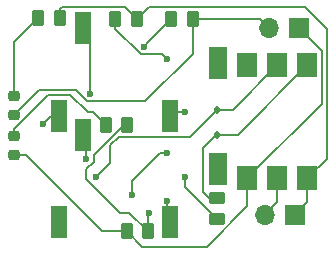
<source format=gtl>
G04 #@! TF.GenerationSoftware,KiCad,Pcbnew,8.0.1*
G04 #@! TF.CreationDate,2024-03-31T17:01:24-05:00*
G04 #@! TF.ProjectId,minimidi_v1,6d696e69-6d69-4646-995f-76312e6b6963,rev?*
G04 #@! TF.SameCoordinates,Original*
G04 #@! TF.FileFunction,Copper,L1,Top*
G04 #@! TF.FilePolarity,Positive*
%FSLAX46Y46*%
G04 Gerber Fmt 4.6, Leading zero omitted, Abs format (unit mm)*
G04 Created by KiCad (PCBNEW 8.0.1) date 2024-03-31 17:01:24*
%MOMM*%
%LPD*%
G01*
G04 APERTURE LIST*
G04 Aperture macros list*
%AMRoundRect*
0 Rectangle with rounded corners*
0 $1 Rounding radius*
0 $2 $3 $4 $5 $6 $7 $8 $9 X,Y pos of 4 corners*
0 Add a 4 corners polygon primitive as box body*
4,1,4,$2,$3,$4,$5,$6,$7,$8,$9,$2,$3,0*
0 Add four circle primitives for the rounded corners*
1,1,$1+$1,$2,$3*
1,1,$1+$1,$4,$5*
1,1,$1+$1,$6,$7*
1,1,$1+$1,$8,$9*
0 Add four rect primitives between the rounded corners*
20,1,$1+$1,$2,$3,$4,$5,0*
20,1,$1+$1,$4,$5,$6,$7,0*
20,1,$1+$1,$6,$7,$8,$9,0*
20,1,$1+$1,$8,$9,$2,$3,0*%
G04 Aperture macros list end*
G04 #@! TA.AperFunction,SMDPad,CuDef*
%ADD10RoundRect,0.250000X0.262500X0.450000X-0.262500X0.450000X-0.262500X-0.450000X0.262500X-0.450000X0*%
G04 #@! TD*
G04 #@! TA.AperFunction,SMDPad,CuDef*
%ADD11R,1.400000X2.800000*%
G04 #@! TD*
G04 #@! TA.AperFunction,SMDPad,CuDef*
%ADD12R,1.600000X2.800000*%
G04 #@! TD*
G04 #@! TA.AperFunction,SMDPad,CuDef*
%ADD13RoundRect,0.112500X0.112500X-0.187500X0.112500X0.187500X-0.112500X0.187500X-0.112500X-0.187500X0*%
G04 #@! TD*
G04 #@! TA.AperFunction,SMDPad,CuDef*
%ADD14RoundRect,0.218750X0.256250X-0.218750X0.256250X0.218750X-0.256250X0.218750X-0.256250X-0.218750X0*%
G04 #@! TD*
G04 #@! TA.AperFunction,SMDPad,CuDef*
%ADD15R,1.780000X2.000000*%
G04 #@! TD*
G04 #@! TA.AperFunction,SMDPad,CuDef*
%ADD16RoundRect,0.250000X-0.262500X-0.450000X0.262500X-0.450000X0.262500X0.450000X-0.262500X0.450000X0*%
G04 #@! TD*
G04 #@! TA.AperFunction,ComponentPad*
%ADD17R,1.700000X1.700000*%
G04 #@! TD*
G04 #@! TA.AperFunction,ComponentPad*
%ADD18O,1.700000X1.700000*%
G04 #@! TD*
G04 #@! TA.AperFunction,SMDPad,CuDef*
%ADD19RoundRect,0.250000X0.450000X-0.262500X0.450000X0.262500X-0.450000X0.262500X-0.450000X-0.262500X0*%
G04 #@! TD*
G04 #@! TA.AperFunction,ViaPad*
%ADD20C,0.600000*%
G04 #@! TD*
G04 #@! TA.AperFunction,Conductor*
%ADD21C,0.200000*%
G04 #@! TD*
G04 APERTURE END LIST*
D10*
X136670353Y-85115635D03*
X134845353Y-85115635D03*
X131112500Y-94100000D03*
X129287500Y-94100000D03*
D11*
X125368098Y-93300000D03*
X134768098Y-93300000D03*
X127368098Y-85900000D03*
D12*
X138768098Y-88850000D03*
D11*
X125368098Y-102300000D03*
X134768098Y-102300000D03*
X127368098Y-94900000D03*
D12*
X138768098Y-97850000D03*
D10*
X131926714Y-85102766D03*
X130101714Y-85102766D03*
X125412500Y-85000000D03*
X123587500Y-85000000D03*
D13*
X138700000Y-94900000D03*
X138700000Y-92800000D03*
D14*
X121500000Y-93250000D03*
X121500000Y-91675000D03*
D15*
X146380000Y-89035000D03*
X143840000Y-89035000D03*
X141300000Y-89035000D03*
X141300000Y-98565000D03*
X143840000Y-98565000D03*
X146380000Y-98565000D03*
D16*
X131060436Y-103077297D03*
X132885436Y-103077297D03*
D17*
X145635686Y-85882340D03*
D18*
X143095686Y-85882340D03*
D14*
X121500000Y-96625000D03*
X121500000Y-95050000D03*
D17*
X145294475Y-101670687D03*
D18*
X142754475Y-101670687D03*
D19*
X138701315Y-102066377D03*
X138701315Y-100241377D03*
D20*
X128500000Y-98500000D03*
X134500000Y-100500000D03*
X134500000Y-96500000D03*
X127668098Y-97000000D03*
X131500000Y-100000000D03*
X128000000Y-91500000D03*
X136000000Y-93000000D03*
X134500000Y-88500000D03*
X132500000Y-87500000D03*
X136000000Y-98500000D03*
X133000000Y-101500000D03*
X124000000Y-94000000D03*
D21*
X138001315Y-100241377D02*
X138701315Y-100241377D01*
X137500000Y-96000000D02*
X137500000Y-99740062D01*
X138600000Y-94900000D02*
X137500000Y-96000000D01*
X139000000Y-94900000D02*
X140515000Y-94900000D01*
X138700000Y-94900000D02*
X139000000Y-94900000D01*
X139000000Y-94900000D02*
X138600000Y-94900000D01*
X140515000Y-94900000D02*
X146380000Y-89035000D01*
X137500000Y-99740062D02*
X138001315Y-100241377D01*
X138700000Y-92800000D02*
X140075000Y-92800000D01*
X128500000Y-98500000D02*
X129687500Y-97312500D01*
X129687500Y-97312500D02*
X129687500Y-95812500D01*
X129687500Y-95812500D02*
X130400000Y-95100000D01*
X140075000Y-92800000D02*
X143840000Y-89035000D01*
X136400000Y-95100000D02*
X138700000Y-92800000D01*
X130400000Y-95100000D02*
X136400000Y-95100000D01*
X134500000Y-100500000D02*
X134500000Y-102031902D01*
X131500000Y-98871042D02*
X133871042Y-96500000D01*
X133871042Y-96500000D02*
X134500000Y-96500000D01*
X131500000Y-100000000D02*
X131500000Y-98871042D01*
X127668098Y-97000000D02*
X127668098Y-95200000D01*
X128000000Y-86531902D02*
X128000000Y-91500000D01*
X127368098Y-85900000D02*
X128000000Y-86531902D01*
X136000000Y-93000000D02*
X135068098Y-93000000D01*
X134100000Y-88100000D02*
X132251471Y-88100000D01*
X132251471Y-88100000D02*
X130101714Y-85950243D01*
X130101714Y-85950243D02*
X130101714Y-85102766D01*
X134500000Y-88500000D02*
X134100000Y-88100000D01*
X133000000Y-86960988D02*
X134845353Y-85115635D01*
X132500000Y-87500000D02*
X133000000Y-87000000D01*
X133000000Y-87000000D02*
X133000000Y-86960988D01*
X136000000Y-99365062D02*
X136000000Y-98500000D01*
X138701315Y-102066377D02*
X136000000Y-99365062D01*
X127668098Y-98668098D02*
X130500000Y-101500000D01*
X127668098Y-97848529D02*
X127668098Y-98668098D01*
X148000000Y-85946654D02*
X148000000Y-96945000D01*
X128268098Y-96666216D02*
X128268098Y-97248529D01*
X146380000Y-98565000D02*
X146380000Y-100585162D01*
X146380000Y-100585162D02*
X145294475Y-101670687D01*
X132885436Y-101614564D02*
X133000000Y-101500000D01*
X130500000Y-101500000D02*
X131308139Y-101500000D01*
X128268098Y-97248529D02*
X127668098Y-97848529D01*
X130834314Y-94100000D02*
X128268098Y-96666216D01*
X130923948Y-84100000D02*
X131926714Y-85102766D01*
X131308139Y-101500000D02*
X132885436Y-103077297D01*
X131926714Y-85102766D02*
X132929480Y-84100000D01*
X125612500Y-84100000D02*
X130923948Y-84100000D01*
X132885436Y-103077297D02*
X132885436Y-101614564D01*
X148000000Y-96945000D02*
X146380000Y-98565000D01*
X132929480Y-84100000D02*
X146153346Y-84100000D01*
X125412500Y-85000000D02*
X125412500Y-84300000D01*
X125412500Y-84300000D02*
X125612500Y-84100000D01*
X146153346Y-84100000D02*
X148000000Y-85946654D01*
X126784314Y-91132843D02*
X127751471Y-92100000D01*
X136670353Y-85115635D02*
X142328981Y-85115635D01*
X123617157Y-91132843D02*
X126784314Y-91132843D01*
X121500000Y-93250000D02*
X123617157Y-91132843D01*
X132665154Y-92100000D02*
X136670353Y-88094801D01*
X142328981Y-85115635D02*
X143095686Y-85882340D01*
X136670353Y-88094801D02*
X136670353Y-85115635D01*
X127751471Y-92100000D02*
X132665154Y-92100000D01*
X147570000Y-92295000D02*
X147570000Y-87816654D01*
X137864936Y-104400000D02*
X141300000Y-100964936D01*
X141300000Y-100964936D02*
X141300000Y-98565000D01*
X147570000Y-87816654D02*
X145635686Y-85882340D01*
X122509314Y-96625000D02*
X128961611Y-103077297D01*
X141300000Y-98565000D02*
X147570000Y-92295000D01*
X128961611Y-103077297D02*
X131060436Y-103077297D01*
X121500000Y-96625000D02*
X122509314Y-96625000D01*
X131060436Y-103077297D02*
X132383139Y-104400000D01*
X132383139Y-104400000D02*
X137864936Y-104400000D01*
X143840000Y-98565000D02*
X143840000Y-100585162D01*
X143840000Y-100585162D02*
X142754475Y-101670687D01*
X125368098Y-93300000D02*
X124700000Y-93300000D01*
X124700000Y-93300000D02*
X124000000Y-94000000D01*
X128187500Y-93000000D02*
X129287500Y-94100000D01*
X127768098Y-93000000D02*
X128187500Y-93000000D01*
X121500000Y-95050000D02*
X121500000Y-94468098D01*
X126300941Y-91532843D02*
X127768098Y-93000000D01*
X124435255Y-91532843D02*
X126300941Y-91532843D01*
X121500000Y-94468098D02*
X124435255Y-91532843D01*
X121500000Y-91675000D02*
X121500000Y-87087500D01*
X121500000Y-87087500D02*
X123587500Y-85000000D01*
M02*

</source>
